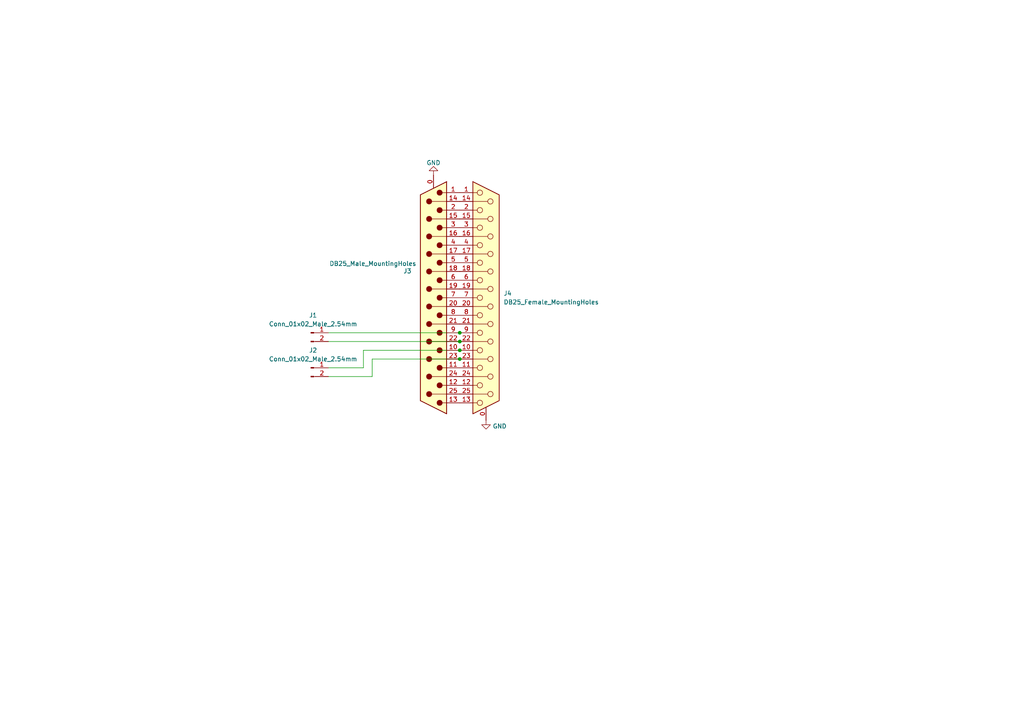
<source format=kicad_sch>
(kicad_sch (version 20211123) (generator eeschema)
  (paper "A4")
  (lib_symbols
    (symbol "0JLC-6:Conn_01x02_Male_2.54mm" (pin_names (offset 1.016) hide)
      (property "Reference" "J" (at 0 2.54 0))
      (property "Value" "Conn_01x02_Male_2.54mm" (at 0 -5.08 0))
      (symbol "Conn_01x02_Male_2.54mm_1_1"
        (polyline (pts (xy 1.27 -2.54) (xy 0.8636 -2.54)) (stroke (width 0.1524)))
        (polyline (pts (xy 1.27 0) (xy 0.8636 0)) (stroke (width 0.1524)))
        (rectangle (start 0.8636 -2.413) (end 0 -2.667) (stroke (width 0.1524)) (fill (type outline)))
        (rectangle (start 0.8636 0.127) (end 0 -0.127) (stroke (width 0.1524)) (fill (type outline)))
        (pin passive line (at 5.08 0 180) (length 3.81) (name "Pin_1") (number "1"))
        (pin passive line (at 5.08 -2.54 180) (length 3.81) (name "Pin_2") (number "2"))
      )
    )
    (symbol "Connector:DB25_Female_MountingHoles" (pin_names (offset 1.016) hide)
      (property "Reference" "J" (at 0 36.83 0))
      (property "Value" "DB25_Female_MountingHoles" (at 0 34.925 0))
      (symbol "DB25_Female_MountingHoles_0_1"
        (circle (center -1.778 -30.48) (radius 0.762))
        (circle (center -1.778 -25.4) (radius 0.762))
        (circle (center -1.778 -20.32) (radius 0.762))
        (circle (center -1.778 -15.24) (radius 0.762))
        (circle (center -1.778 -10.16) (radius 0.762))
        (circle (center -1.778 -5.08) (radius 0.762))
        (circle (center -1.778 0) (radius 0.762))
        (circle (center -1.778 5.08) (radius 0.762))
        (circle (center -1.778 10.16) (radius 0.762))
        (circle (center -1.778 15.24) (radius 0.762))
        (circle (center -1.778 20.32) (radius 0.762))
        (circle (center -1.778 25.4) (radius 0.762))
        (circle (center -1.778 30.48) (radius 0.762))
        (polyline (pts (xy -3.81 -30.48) (xy -2.54 -30.48)))
        (polyline (pts (xy -3.81 -27.94) (xy 0.508 -27.94)))
        (polyline (pts (xy -3.81 -25.4) (xy -2.54 -25.4)))
        (polyline (pts (xy -3.81 -22.86) (xy 0.508 -22.86)))
        (polyline (pts (xy -3.81 -20.32) (xy -2.54 -20.32)))
        (polyline (pts (xy -3.81 -17.78) (xy 0.508 -17.78)))
        (polyline (pts (xy -3.81 -15.24) (xy -2.54 -15.24)))
        (polyline (pts (xy -3.81 -12.7) (xy 0.508 -12.7)))
        (polyline (pts (xy -3.81 -10.16) (xy -2.54 -10.16)))
        (polyline (pts (xy -3.81 -7.62) (xy 0.508 -7.62)))
        (polyline (pts (xy -3.81 -5.08) (xy -2.54 -5.08)))
        (polyline (pts (xy -3.81 -2.54) (xy 0.508 -2.54)))
        (polyline (pts (xy -3.81 0) (xy -2.54 0)))
        (polyline (pts (xy -3.81 2.54) (xy 0.508 2.54)))
        (polyline (pts (xy -3.81 5.08) (xy -2.54 5.08)))
        (polyline (pts (xy -3.81 7.62) (xy 0.508 7.62)))
        (polyline (pts (xy -3.81 10.16) (xy -2.54 10.16)))
        (polyline (pts (xy -3.81 12.7) (xy 0.508 12.7)))
        (polyline (pts (xy -3.81 15.24) (xy -2.54 15.24)))
        (polyline (pts (xy -3.81 17.78) (xy 0.508 17.78)))
        (polyline (pts (xy -3.81 20.32) (xy -2.54 20.32)))
        (polyline (pts (xy -3.81 22.86) (xy 0.508 22.86)))
        (polyline (pts (xy -3.81 25.4) (xy -2.54 25.4)))
        (polyline (pts (xy -3.81 27.94) (xy 0.508 27.94)))
        (polyline (pts (xy -3.81 30.48) (xy -2.54 30.48)))
        (polyline (pts (xy -3.81 33.655) (xy 3.81 29.845) (xy 3.81 -29.845) (xy -3.81 -33.655) (xy -3.81 33.655)) (stroke (width 0.254)) (fill (type background)))
        (circle (center 1.27 -27.94) (radius 0.762))
        (circle (center 1.27 -22.86) (radius 0.762))
        (circle (center 1.27 -17.78) (radius 0.762))
        (circle (center 1.27 -12.7) (radius 0.762))
        (circle (center 1.27 -7.62) (radius 0.762))
        (circle (center 1.27 -2.54) (radius 0.762))
        (circle (center 1.27 2.54) (radius 0.762))
        (circle (center 1.27 7.62) (radius 0.762))
        (circle (center 1.27 12.7) (radius 0.762))
        (circle (center 1.27 17.78) (radius 0.762))
        (circle (center 1.27 22.86) (radius 0.762))
        (circle (center 1.27 27.94) (radius 0.762))
      )
      (symbol "DB25_Female_MountingHoles_1_1"
        (pin passive line (at 0 -35.56 90) (length 3.81) (name "PAD") (number "0"))
        (pin passive line (at -7.62 30.48 0) (length 3.81) (name "1") (number "1"))
        (pin passive line (at -7.62 -15.24 0) (length 3.81) (name "10") (number "10"))
        (pin passive line (at -7.62 -20.32 0) (length 3.81) (name "11") (number "11"))
        (pin passive line (at -7.62 -25.4 0) (length 3.81) (name "12") (number "12"))
        (pin passive line (at -7.62 -30.48 0) (length 3.81) (name "13") (number "13"))
        (pin passive line (at -7.62 27.94 0) (length 3.81) (name "P14") (number "14"))
        (pin passive line (at -7.62 22.86 0) (length 3.81) (name "P15") (number "15"))
        (pin passive line (at -7.62 17.78 0) (length 3.81) (name "P16") (number "16"))
        (pin passive line (at -7.62 12.7 0) (length 3.81) (name "P17") (number "17"))
        (pin passive line (at -7.62 7.62 0) (length 3.81) (name "P18") (number "18"))
        (pin passive line (at -7.62 2.54 0) (length 3.81) (name "P19") (number "19"))
        (pin passive line (at -7.62 25.4 0) (length 3.81) (name "2") (number "2"))
        (pin passive line (at -7.62 -2.54 0) (length 3.81) (name "P20") (number "20"))
        (pin passive line (at -7.62 -7.62 0) (length 3.81) (name "P21") (number "21"))
        (pin passive line (at -7.62 -12.7 0) (length 3.81) (name "P22") (number "22"))
        (pin passive line (at -7.62 -17.78 0) (length 3.81) (name "P23") (number "23"))
        (pin passive line (at -7.62 -22.86 0) (length 3.81) (name "P24") (number "24"))
        (pin passive line (at -7.62 -27.94 0) (length 3.81) (name "P25") (number "25"))
        (pin passive line (at -7.62 20.32 0) (length 3.81) (name "3") (number "3"))
        (pin passive line (at -7.62 15.24 0) (length 3.81) (name "4") (number "4"))
        (pin passive line (at -7.62 10.16 0) (length 3.81) (name "5") (number "5"))
        (pin passive line (at -7.62 5.08 0) (length 3.81) (name "6") (number "6"))
        (pin passive line (at -7.62 0 0) (length 3.81) (name "7") (number "7"))
        (pin passive line (at -7.62 -5.08 0) (length 3.81) (name "8") (number "8"))
        (pin passive line (at -7.62 -10.16 0) (length 3.81) (name "9") (number "9"))
      )
    )
    (symbol "Connector:DB25_Male_MountingHoles" (pin_names (offset 1.016) hide)
      (property "Reference" "J" (at 0 36.83 0))
      (property "Value" "DB25_Male_MountingHoles" (at 0 34.925 0))
      (symbol "DB25_Male_MountingHoles_0_1"
        (circle (center -1.778 -30.48) (radius 0.762) (fill (type outline)))
        (circle (center -1.778 -25.4) (radius 0.762) (fill (type outline)))
        (circle (center -1.778 -20.32) (radius 0.762) (fill (type outline)))
        (circle (center -1.778 -15.24) (radius 0.762) (fill (type outline)))
        (circle (center -1.778 -10.16) (radius 0.762) (fill (type outline)))
        (circle (center -1.778 -5.08) (radius 0.762) (fill (type outline)))
        (circle (center -1.778 0) (radius 0.762) (fill (type outline)))
        (circle (center -1.778 5.08) (radius 0.762) (fill (type outline)))
        (circle (center -1.778 10.16) (radius 0.762) (fill (type outline)))
        (circle (center -1.778 15.24) (radius 0.762) (fill (type outline)))
        (circle (center -1.778 20.32) (radius 0.762) (fill (type outline)))
        (circle (center -1.778 25.4) (radius 0.762) (fill (type outline)))
        (circle (center -1.778 30.48) (radius 0.762) (fill (type outline)))
        (polyline (pts (xy -3.81 -30.48) (xy -2.54 -30.48)))
        (polyline (pts (xy -3.81 -27.94) (xy 0.508 -27.94)))
        (polyline (pts (xy -3.81 -25.4) (xy -2.54 -25.4)))
        (polyline (pts (xy -3.81 -22.86) (xy 0.508 -22.86)))
        (polyline (pts (xy -3.81 -20.32) (xy -2.54 -20.32)))
        (polyline (pts (xy -3.81 -17.78) (xy 0.508 -17.78)))
        (polyline (pts (xy -3.81 -15.24) (xy -2.54 -15.24)))
        (polyline (pts (xy -3.81 -12.7) (xy 0.508 -12.7)))
        (polyline (pts (xy -3.81 -10.16) (xy -2.54 -10.16)))
        (polyline (pts (xy -3.81 -7.62) (xy 0.508 -7.62)))
        (polyline (pts (xy -3.81 -5.08) (xy -2.54 -5.08)))
        (polyline (pts (xy -3.81 -2.54) (xy 0.508 -2.54)))
        (polyline (pts (xy -3.81 0) (xy -2.54 0)))
        (polyline (pts (xy -3.81 2.54) (xy 0.508 2.54)))
        (polyline (pts (xy -3.81 5.08) (xy -2.54 5.08)))
        (polyline (pts (xy -3.81 7.62) (xy 0.508 7.62)))
        (polyline (pts (xy -3.81 10.16) (xy -2.54 10.16)))
        (polyline (pts (xy -3.81 12.7) (xy 0.508 12.7)))
        (polyline (pts (xy -3.81 15.24) (xy -2.54 15.24)))
        (polyline (pts (xy -3.81 17.78) (xy 0.508 17.78)))
        (polyline (pts (xy -3.81 20.32) (xy -2.54 20.32)))
        (polyline (pts (xy -3.81 22.86) (xy 0.508 22.86)))
        (polyline (pts (xy -3.81 25.4) (xy -2.54 25.4)))
        (polyline (pts (xy -3.81 27.94) (xy 0.508 27.94)))
        (polyline (pts (xy -3.81 30.48) (xy -2.54 30.48)))
        (polyline (pts (xy -3.81 -33.655) (xy 3.81 -29.845) (xy 3.81 29.845) (xy -3.81 33.655) (xy -3.81 -33.655)) (stroke (width 0.254)) (fill (type background)))
        (circle (center 1.27 -27.94) (radius 0.762) (fill (type outline)))
        (circle (center 1.27 -22.86) (radius 0.762) (fill (type outline)))
        (circle (center 1.27 -17.78) (radius 0.762) (fill (type outline)))
        (circle (center 1.27 -12.7) (radius 0.762) (fill (type outline)))
        (circle (center 1.27 -7.62) (radius 0.762) (fill (type outline)))
        (circle (center 1.27 -2.54) (radius 0.762) (fill (type outline)))
        (circle (center 1.27 2.54) (radius 0.762) (fill (type outline)))
        (circle (center 1.27 7.62) (radius 0.762) (fill (type outline)))
        (circle (center 1.27 12.7) (radius 0.762) (fill (type outline)))
        (circle (center 1.27 17.78) (radius 0.762) (fill (type outline)))
        (circle (center 1.27 22.86) (radius 0.762) (fill (type outline)))
        (circle (center 1.27 27.94) (radius 0.762) (fill (type outline)))
      )
      (symbol "DB25_Male_MountingHoles_1_1"
        (pin passive line (at 0 -35.56 90) (length 3.81) (name "PAD") (number "0"))
        (pin passive line (at -7.62 -30.48 0) (length 3.81) (name "1") (number "1"))
        (pin passive line (at -7.62 15.24 0) (length 3.81) (name "10") (number "10"))
        (pin passive line (at -7.62 20.32 0) (length 3.81) (name "11") (number "11"))
        (pin passive line (at -7.62 25.4 0) (length 3.81) (name "12") (number "12"))
        (pin passive line (at -7.62 30.48 0) (length 3.81) (name "13") (number "13"))
        (pin passive line (at -7.62 -27.94 0) (length 3.81) (name "P14") (number "14"))
        (pin passive line (at -7.62 -22.86 0) (length 3.81) (name "P15") (number "15"))
        (pin passive line (at -7.62 -17.78 0) (length 3.81) (name "P16") (number "16"))
        (pin passive line (at -7.62 -12.7 0) (length 3.81) (name "P17") (number "17"))
        (pin passive line (at -7.62 -7.62 0) (length 3.81) (name "P18") (number "18"))
        (pin passive line (at -7.62 -2.54 0) (length 3.81) (name "P19") (number "19"))
        (pin passive line (at -7.62 -25.4 0) (length 3.81) (name "2") (number "2"))
        (pin passive line (at -7.62 2.54 0) (length 3.81) (name "P20") (number "20"))
        (pin passive line (at -7.62 7.62 0) (length 3.81) (name "P21") (number "21"))
        (pin passive line (at -7.62 12.7 0) (length 3.81) (name "P22") (number "22"))
        (pin passive line (at -7.62 17.78 0) (length 3.81) (name "P23") (number "23"))
        (pin passive line (at -7.62 22.86 0) (length 3.81) (name "P24") (number "24"))
        (pin passive line (at -7.62 27.94 0) (length 3.81) (name "P25") (number "25"))
        (pin passive line (at -7.62 -20.32 0) (length 3.81) (name "3") (number "3"))
        (pin passive line (at -7.62 -15.24 0) (length 3.81) (name "4") (number "4"))
        (pin passive line (at -7.62 -10.16 0) (length 3.81) (name "5") (number "5"))
        (pin passive line (at -7.62 -5.08 0) (length 3.81) (name "6") (number "6"))
        (pin passive line (at -7.62 0 0) (length 3.81) (name "7") (number "7"))
        (pin passive line (at -7.62 5.08 0) (length 3.81) (name "8") (number "8"))
        (pin passive line (at -7.62 10.16 0) (length 3.81) (name "9") (number "9"))
      )
    )
    (symbol "power:GND" (power) (pin_names (offset 0))
      (property "Value" "GND" (at 0 -3.81 0))
      (symbol "GND_0_1"
        (polyline (pts (xy 0 0) (xy 0 -1.27) (xy 1.27 -1.27) (xy 0 -2.54) (xy -1.27 -1.27) (xy 0 -1.27)))
      )
      (symbol "GND_1_1"
        (pin power_in line (at 0 0 270) (length 0) hide (name "GND") (number "1"))
      )
    )
  )
  (junction (at 133.35 99.06))
  (junction (at 133.35 104.14))
  (junction (at 133.35 101.6))
  (junction (at 133.35 96.52))
  (wire (pts (xy 95.25 96.52) (xy 133.35 96.52)))
  (wire (pts (xy 105.41 106.68) (xy 105.41 101.6)))
  (wire (pts (xy 95.25 99.06) (xy 133.35 99.06)))
  (wire (pts (xy 107.95 104.14) (xy 107.95 109.22)))
  (wire (pts (xy 107.95 109.22) (xy 95.25 109.22)))
  (wire (pts (xy 105.41 101.6) (xy 133.35 101.6)))
  (wire (pts (xy 133.35 104.14) (xy 107.95 104.14)))
  (wire (pts (xy 95.25 106.68) (xy 105.41 106.68)))
  (symbol (lib_id "power:GND") (at 125.73 50.8 180) (unit 1)
    (property "Reference" "#PWR0102" (effects hide))
    (property "Value" "GND" (at 125.73 47.2242 0))
  )
  (symbol (lib_id "0JLC-6:Conn_01x02_Male_2.54mm") (at 90.17 96.52 0) (unit 1)
    (property "Reference" "J1" (at 90.805 91.44 0))
    (property "Value" "Conn_01x02_Male_2.54mm" (at 90.805 93.98 0))
    (property "Footprint" "Connector_PinHeader_2.54mm:PinHeader_1x02_P2.54mm_Horizontal" (effects hide))
    (property "LCSC" "C492401" (effects hide))
    (property "MPN" "PZ254V-11-02P" (effects hide))
  )
  (symbol (lib_id "0JLC-6:Conn_01x02_Male_2.54mm") (at 90.17 106.68 0) (unit 1)
    (property "Reference" "J2" (at 90.805 101.6 0))
    (property "Value" "Conn_01x02_Male_2.54mm" (at 90.805 104.14 0))
    (property "Footprint" "Connector_PinHeader_2.54mm:PinHeader_1x02_P2.54mm_Horizontal" (effects hide))
    (property "LCSC" "C492401" (effects hide))
    (property "MPN" "PZ254V-11-02P" (effects hide))
  )
  (symbol (lib_id "Connector:DB25_Female_MountingHoles") (at 140.97 86.36 0) (unit 1)
    (property "Reference" "J4" (at 146.05 85.0899 0) (effects (justify left)))
    (property "Value" "DB25_Female_MountingHoles" (at 146.05 87.6299 0) (effects (justify left)))
    (property "Footprint" "0Project_Library:CINCH_DCCM25SCBRPN_Female" (effects hide))
    (property "Datasheet" " ~" (effects hide))
  )
  (symbol (lib_id "power:GND") (at 140.97 121.92 0) (unit 1)
    (property "Reference" "#PWR0101" (effects hide))
    (property "Value" "GND" (at 142.875 123.6238 0) (effects (justify left)))
  )
  (symbol (lib_id "Connector:DB25_Male_MountingHoles") (at 125.73 86.36 180) (unit 1)
    (property "Reference" "J3" (at 119.38 78.6129 0) (effects (justify left)))
    (property "Value" "DB25_Male_MountingHoles" (at 120.777 76.4539 0) (effects (justify left)))
    (property "Footprint" "0Project_Library:381-025-112L565" (effects hide))
    (property "Datasheet" " ~" (effects hide))
  )
)
</source>
